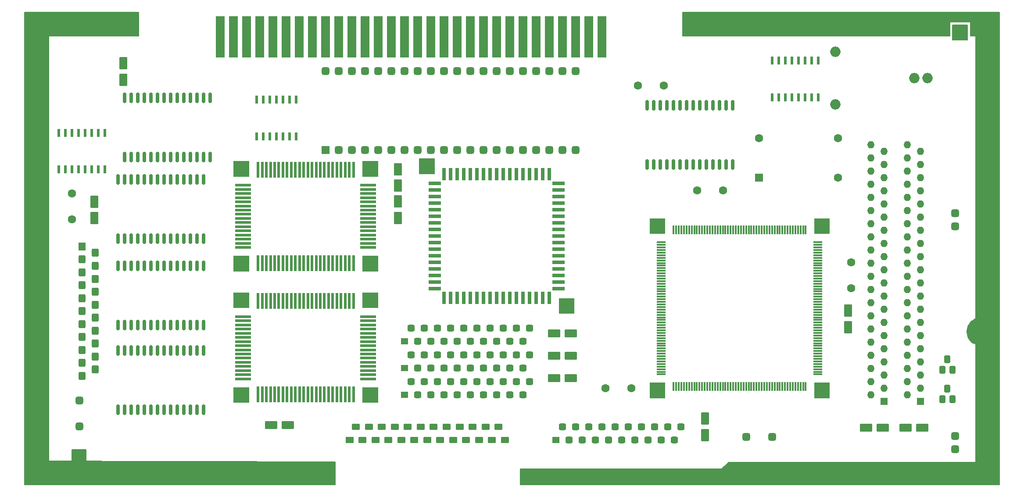
<source format=gts>
G04 #@! TF.GenerationSoftware,KiCad,Pcbnew,7.0.2-0*
G04 #@! TF.CreationDate,2023-08-04T17:58:15+02:00*
G04 #@! TF.ProjectId,MegaCD,4d656761-4344-42e6-9b69-6361645f7063,rev?*
G04 #@! TF.SameCoordinates,Original*
G04 #@! TF.FileFunction,Soldermask,Top*
G04 #@! TF.FilePolarity,Negative*
%FSLAX46Y46*%
G04 Gerber Fmt 4.6, Leading zero omitted, Abs format (unit mm)*
G04 Created by KiCad (PCBNEW 7.0.2-0) date 2023-08-04 17:58:15*
%MOMM*%
%LPD*%
G01*
G04 APERTURE LIST*
G04 Aperture macros list*
%AMRoundRect*
0 Rectangle with rounded corners*
0 $1 Rounding radius*
0 $2 $3 $4 $5 $6 $7 $8 $9 X,Y pos of 4 corners*
0 Add a 4 corners polygon primitive as box body*
4,1,4,$2,$3,$4,$5,$6,$7,$8,$9,$2,$3,0*
0 Add four circle primitives for the rounded corners*
1,1,$1+$1,$2,$3*
1,1,$1+$1,$4,$5*
1,1,$1+$1,$6,$7*
1,1,$1+$1,$8,$9*
0 Add four rect primitives between the rounded corners*
20,1,$1+$1,$2,$3,$4,$5,0*
20,1,$1+$1,$4,$5,$6,$7,0*
20,1,$1+$1,$6,$7,$8,$9,0*
20,1,$1+$1,$8,$9,$2,$3,0*%
G04 Aperture macros list end*
%ADD10C,0.150000*%
%ADD11C,2.769316*%
%ADD12R,1.600000X1.600000*%
%ADD13C,1.600000*%
%ADD14R,0.600000X1.500000*%
%ADD15R,1.400000X1.400000*%
%ADD16O,1.400000X1.400000*%
%ADD17RoundRect,0.250000X-0.947000X-0.550000X0.947000X-0.550000X0.947000X0.550000X-0.947000X0.550000X0*%
%ADD18R,1.600000X1.200000*%
%ADD19RoundRect,0.300000X0.500000X-0.300000X0.500000X0.300000X-0.500000X0.300000X-0.500000X-0.300000X0*%
%ADD20RoundRect,0.150000X0.150000X-0.850000X0.150000X0.850000X-0.150000X0.850000X-0.150000X-0.850000X0*%
%ADD21R,1.400000X1.300000*%
%ADD22RoundRect,0.325000X0.375000X-0.325000X0.375000X0.325000X-0.375000X0.325000X-0.375000X-0.325000X0*%
%ADD23RoundRect,0.250000X0.550000X-0.947000X0.550000X0.947000X-0.550000X0.947000X-0.550000X-0.947000X0*%
%ADD24RoundRect,0.375000X-0.375000X0.375000X-0.375000X-0.375000X0.375000X-0.375000X0.375000X0.375000X0*%
%ADD25RoundRect,0.375000X0.375000X-0.375000X0.375000X0.375000X-0.375000X0.375000X-0.375000X-0.375000X0*%
%ADD26C,0.750000*%
%ADD27R,0.500000X3.160000*%
%ADD28R,3.160000X0.500000*%
%ADD29R,1.400000X1.600000*%
%ADD30RoundRect,0.350000X-0.350000X-0.450000X0.350000X-0.450000X0.350000X0.450000X-0.350000X0.450000X0*%
%ADD31RoundRect,0.300000X0.300000X-0.450000X0.300000X0.450000X-0.300000X0.450000X-0.300000X-0.450000X0*%
%ADD32O,2.000000X2.000000*%
%ADD33R,1.778000X8.000000*%
%ADD34RoundRect,0.375000X-0.375000X-0.375000X0.375000X-0.375000X0.375000X0.375000X-0.375000X0.375000X0*%
%ADD35RoundRect,0.250000X0.947000X0.550000X-0.947000X0.550000X-0.947000X-0.550000X0.947000X-0.550000X0*%
%ADD36R,2.425000X0.700000*%
%ADD37R,0.700000X2.425000*%
%ADD38RoundRect,0.075000X0.075000X-0.787500X0.075000X0.787500X-0.075000X0.787500X-0.075000X-0.787500X0*%
%ADD39RoundRect,0.075000X0.787500X-0.075000X0.787500X0.075000X-0.787500X0.075000X-0.787500X-0.075000X0*%
G04 APERTURE END LIST*
D10*
X195747341Y-137270565D02*
X141732000Y-137270565D01*
X141732000Y-134239000D01*
X180594000Y-134239000D01*
X181991000Y-132969000D01*
X195747341Y-132952565D01*
X195747341Y-137270565D01*
G36*
X195747341Y-137270565D02*
G01*
X141732000Y-137270565D01*
X141732000Y-134239000D01*
X180594000Y-134239000D01*
X181991000Y-132969000D01*
X195747341Y-132952565D01*
X195747341Y-137270565D01*
G37*
X46101000Y-46101000D02*
X68072000Y-46101000D01*
X68072000Y-50673000D01*
X46101000Y-50673000D01*
X46101000Y-46101000D01*
G36*
X46101000Y-46101000D02*
G01*
X68072000Y-46101000D01*
X68072000Y-50673000D01*
X46101000Y-50673000D01*
X46101000Y-46101000D01*
G37*
D11*
X231991258Y-107721400D02*
G75*
G03*
X231991258Y-107721400I-1384658J0D01*
G01*
D10*
X106045000Y-132842000D02*
X106045000Y-137287000D01*
X46101000Y-137287000D01*
X46101000Y-132715000D01*
X106045000Y-132842000D01*
G36*
X106045000Y-132842000D02*
G01*
X106045000Y-137287000D01*
X46101000Y-137287000D01*
X46101000Y-132715000D01*
X106045000Y-132842000D01*
G37*
X55245000Y-130530600D02*
X57886600Y-130530600D01*
X57886600Y-133172200D01*
X55245000Y-133172200D01*
X55245000Y-130530600D01*
G36*
X55245000Y-130530600D02*
G01*
X57886600Y-130530600D01*
X57886600Y-133172200D01*
X55245000Y-133172200D01*
X55245000Y-130530600D01*
G37*
X173101000Y-46101000D02*
X224586800Y-46101000D01*
X224586800Y-50673000D01*
X173101000Y-50673000D01*
X173101000Y-46101000D01*
G36*
X173101000Y-46101000D02*
G01*
X224586800Y-46101000D01*
X224586800Y-50673000D01*
X173101000Y-50673000D01*
X173101000Y-46101000D01*
G37*
X46101000Y-46101000D02*
X50723800Y-46101000D01*
X50723800Y-132740400D01*
X46101000Y-132740400D01*
X46101000Y-46101000D01*
G36*
X46101000Y-46101000D02*
G01*
X50723800Y-46101000D01*
X50723800Y-132740400D01*
X46101000Y-132740400D01*
X46101000Y-46101000D01*
G37*
X229616000Y-46101000D02*
X234188000Y-46101000D01*
X234188000Y-132994400D01*
X229616000Y-132994400D01*
X229616000Y-46101000D01*
G36*
X229616000Y-46101000D02*
G01*
X234188000Y-46101000D01*
X234188000Y-132994400D01*
X229616000Y-132994400D01*
X229616000Y-46101000D01*
G37*
X225120200Y-48564800D02*
X228041200Y-48564800D01*
X228041200Y-51460400D01*
X225120200Y-51460400D01*
X225120200Y-48564800D01*
G36*
X225120200Y-48564800D02*
G01*
X228041200Y-48564800D01*
X228041200Y-51460400D01*
X225120200Y-51460400D01*
X225120200Y-48564800D01*
G37*
X234188000Y-132969000D02*
X234188000Y-137287000D01*
X195747341Y-137270565D01*
X195747341Y-132952565D01*
X234188000Y-132969000D01*
G36*
X234188000Y-132969000D02*
G01*
X234188000Y-137287000D01*
X195747341Y-137270565D01*
X195747341Y-132952565D01*
X234188000Y-132969000D01*
G37*
X229616000Y-50673000D02*
X228574600Y-50673000D01*
X228574600Y-47980600D01*
X224586800Y-47980600D01*
X224586800Y-46101000D01*
X229616000Y-46101000D01*
X229616000Y-50673000D01*
G36*
X229616000Y-50673000D02*
G01*
X228574600Y-50673000D01*
X228574600Y-47980600D01*
X224586800Y-47980600D01*
X224586800Y-46101000D01*
X229616000Y-46101000D01*
X229616000Y-50673000D01*
G37*
G36*
X86377000Y-118471000D02*
G01*
X89377000Y-118471000D01*
X89377000Y-121471000D01*
X86377000Y-121471000D01*
X86377000Y-118471000D01*
G37*
G36*
X111269000Y-118469000D02*
G01*
X114269000Y-118469000D01*
X114269000Y-121469000D01*
X111269000Y-121469000D01*
X111269000Y-118469000D01*
G37*
G36*
X86377000Y-100183000D02*
G01*
X89377000Y-100183000D01*
X89377000Y-103183000D01*
X86377000Y-103183000D01*
X86377000Y-100183000D01*
G37*
G36*
X111269000Y-100181000D02*
G01*
X114269000Y-100181000D01*
X114269000Y-103181000D01*
X111269000Y-103181000D01*
X111269000Y-100181000D01*
G37*
G36*
X86377000Y-93093000D02*
G01*
X89377000Y-93093000D01*
X89377000Y-96093000D01*
X86377000Y-96093000D01*
X86377000Y-93093000D01*
G37*
G36*
X111269000Y-93091000D02*
G01*
X114269000Y-93091000D01*
X114269000Y-96091000D01*
X111269000Y-96091000D01*
X111269000Y-93091000D01*
G37*
G36*
X86377000Y-74805000D02*
G01*
X89377000Y-74805000D01*
X89377000Y-77805000D01*
X86377000Y-77805000D01*
X86377000Y-74805000D01*
G37*
G36*
X111269000Y-74803000D02*
G01*
X114269000Y-74803000D01*
X114269000Y-77803000D01*
X111269000Y-77803000D01*
X111269000Y-74803000D01*
G37*
G36*
X149144000Y-104265000D02*
G01*
X152144000Y-104265000D01*
X152144000Y-101265000D01*
X149144000Y-101265000D01*
X149144000Y-104265000D01*
G37*
G36*
X122198000Y-74297000D02*
G01*
X125198000Y-74297000D01*
X125198000Y-77297000D01*
X122198000Y-77297000D01*
X122198000Y-74297000D01*
G37*
G36*
X166684000Y-117580500D02*
G01*
X169684000Y-117580500D01*
X169684000Y-120580500D01*
X166684000Y-120580500D01*
X166684000Y-117580500D01*
G37*
G36*
X198434000Y-117580500D02*
G01*
X201434000Y-117580500D01*
X201434000Y-120580500D01*
X198434000Y-120580500D01*
X198434000Y-117580500D01*
G37*
G36*
X166708000Y-85852500D02*
G01*
X169708000Y-85852500D01*
X169708000Y-88852500D01*
X166708000Y-88852500D01*
X166708000Y-85852500D01*
G37*
G36*
X198434000Y-85852500D02*
G01*
X201434000Y-85852500D01*
X201434000Y-88852500D01*
X198434000Y-88852500D01*
X198434000Y-85852500D01*
G37*
D12*
X187833000Y-77978000D03*
D13*
X203073000Y-77978000D03*
X203073000Y-70358000D03*
X187833000Y-70358000D03*
D14*
X52705000Y-76442000D03*
X53975000Y-76442000D03*
X55245000Y-76442000D03*
X56515000Y-76442000D03*
X57785000Y-76442000D03*
X59055000Y-76442000D03*
X60325000Y-76442000D03*
X61595000Y-76442000D03*
X61595000Y-69342000D03*
X60325000Y-69342000D03*
X59055000Y-69342000D03*
X57785000Y-69342000D03*
X56515000Y-69342000D03*
X55245000Y-69342000D03*
X53975000Y-69342000D03*
X52705000Y-69342000D03*
D15*
X211963000Y-121158000D03*
D16*
X209423000Y-119888000D03*
X211963000Y-118618000D03*
X209423000Y-117348000D03*
X211963000Y-116078000D03*
X209423000Y-114808000D03*
X211963000Y-113538000D03*
X209423000Y-112268000D03*
X211963000Y-110998000D03*
X209423000Y-109728000D03*
X211963000Y-108458000D03*
X209423000Y-107188000D03*
X211963000Y-105918000D03*
X209423000Y-104648000D03*
X211963000Y-103378000D03*
X209423000Y-102108000D03*
X211963000Y-100838000D03*
X209423000Y-99568000D03*
X211963000Y-98298000D03*
X209423000Y-97028000D03*
X211963000Y-95758000D03*
X209423000Y-94488000D03*
X211963000Y-93218000D03*
X209423000Y-91948000D03*
X211963000Y-90678000D03*
X209423000Y-89408000D03*
X211963000Y-88138000D03*
X209423000Y-86868000D03*
X211963000Y-85598000D03*
X209423000Y-84328000D03*
X211963000Y-83058000D03*
X209423000Y-81788000D03*
X211963000Y-80518000D03*
X209423000Y-79248000D03*
X211963000Y-77978000D03*
X209423000Y-76708000D03*
X211963000Y-75438000D03*
X209423000Y-74168000D03*
X211963000Y-72898000D03*
X209423000Y-71628000D03*
D13*
X175848000Y-80441800D03*
X180848000Y-80441800D03*
X163195000Y-118618000D03*
X158195000Y-118618000D03*
D17*
X148287000Y-116713000D03*
X151481000Y-116713000D03*
D18*
X108758000Y-128651000D03*
D19*
X110008000Y-126111000D03*
X111258000Y-128651000D03*
X112508000Y-126111000D03*
X113758000Y-128651000D03*
X115008000Y-126111000D03*
X116258000Y-128651000D03*
X117508000Y-126111000D03*
X118758000Y-128651000D03*
X120008000Y-126111000D03*
X121258000Y-128651000D03*
X122508000Y-126111000D03*
X123758000Y-128651000D03*
X125008000Y-126111000D03*
X126258000Y-128651000D03*
X127508000Y-126111000D03*
X128758000Y-128651000D03*
X130008000Y-126111000D03*
X131258000Y-128651000D03*
X132508000Y-126111000D03*
X133758000Y-128651000D03*
X135008000Y-126111000D03*
X136258000Y-128651000D03*
X137508000Y-126111000D03*
X138758000Y-128651000D03*
D20*
X166243000Y-75438000D03*
X167513000Y-75438000D03*
X168783000Y-75438000D03*
X170053000Y-75438000D03*
X171323000Y-75438000D03*
X172593000Y-75438000D03*
X173863000Y-75438000D03*
X175133000Y-75438000D03*
X176403000Y-75438000D03*
X177673000Y-75438000D03*
X178943000Y-75438000D03*
X180213000Y-75438000D03*
X181483000Y-75438000D03*
X182753000Y-75438000D03*
X182753000Y-64008000D03*
X181483000Y-64008000D03*
X180213000Y-64008000D03*
X178943000Y-64008000D03*
X177673000Y-64008000D03*
X176403000Y-64008000D03*
X175133000Y-64008000D03*
X173863000Y-64008000D03*
X172593000Y-64008000D03*
X171323000Y-64008000D03*
X170053000Y-64008000D03*
X168783000Y-64008000D03*
X167513000Y-64008000D03*
X166243000Y-64008000D03*
D21*
X119380000Y-114757200D03*
D22*
X120650000Y-112217200D03*
X121920000Y-114757200D03*
X123190000Y-112217200D03*
X124460000Y-114757200D03*
X125730000Y-112217200D03*
X127000000Y-114757200D03*
X128270000Y-112217200D03*
X129540000Y-114757200D03*
X130810000Y-112217200D03*
X132080000Y-114757200D03*
X133350000Y-112217200D03*
X134620000Y-114757200D03*
X135890000Y-112217200D03*
X137160000Y-114757200D03*
X138430000Y-112217200D03*
X139700000Y-114757200D03*
X140970000Y-112217200D03*
X142240000Y-114757200D03*
X143510000Y-112217200D03*
D23*
X59563000Y-85820000D03*
X59563000Y-82626000D03*
D13*
X55245000Y-81026000D03*
X55245000Y-86026000D03*
D23*
X177419000Y-127684000D03*
X177419000Y-124490000D03*
D24*
X56642000Y-125980200D03*
X56642000Y-120980200D03*
D17*
X148287000Y-112395000D03*
X151481000Y-112395000D03*
X148287000Y-108077000D03*
X151481000Y-108077000D03*
D25*
X225628200Y-84861400D03*
X225628200Y-87401400D03*
D15*
X218948000Y-121158000D03*
D16*
X216408000Y-119888000D03*
X218948000Y-118618000D03*
X216408000Y-117348000D03*
X218948000Y-116078000D03*
X216408000Y-114808000D03*
X218948000Y-113538000D03*
X216408000Y-112268000D03*
X218948000Y-110998000D03*
X216408000Y-109728000D03*
X218948000Y-108458000D03*
X216408000Y-107188000D03*
X218948000Y-105918000D03*
X216408000Y-104648000D03*
X218948000Y-103378000D03*
X216408000Y-102108000D03*
X218948000Y-100838000D03*
X216408000Y-99568000D03*
X218948000Y-98298000D03*
X216408000Y-97028000D03*
X218948000Y-95758000D03*
X216408000Y-94488000D03*
X218948000Y-93218000D03*
X216408000Y-91948000D03*
X218948000Y-90678000D03*
X216408000Y-89408000D03*
X218948000Y-88138000D03*
X216408000Y-86868000D03*
X218948000Y-85598000D03*
X216408000Y-84328000D03*
X218948000Y-83058000D03*
X216408000Y-81788000D03*
X218948000Y-80518000D03*
X216408000Y-79248000D03*
X218948000Y-77978000D03*
X216408000Y-76708000D03*
X218948000Y-75438000D03*
X216408000Y-74168000D03*
X218948000Y-72898000D03*
X216408000Y-71628000D03*
D26*
X87877000Y-119993000D03*
X112769000Y-119991000D03*
X87877000Y-101705000D03*
X112769000Y-101703000D03*
D27*
X91123000Y-119866000D03*
X91923000Y-119866000D03*
X92723000Y-119866000D03*
X93523000Y-119866000D03*
X94323000Y-119866000D03*
X95123000Y-119866000D03*
X95923000Y-119866000D03*
X96723000Y-119866000D03*
X97523000Y-119866000D03*
X98323000Y-119866000D03*
X99123000Y-119866000D03*
X99923000Y-119866000D03*
X100723000Y-119866000D03*
X101523000Y-119866000D03*
X102323000Y-119866000D03*
X103123000Y-119866000D03*
X103903000Y-119866000D03*
X104723000Y-119866000D03*
X105523000Y-119866000D03*
X106323000Y-119866000D03*
X107123000Y-119866000D03*
X107923000Y-119866000D03*
X108723000Y-119866000D03*
X109523000Y-119866000D03*
D28*
X112388000Y-116849000D03*
X112388000Y-116049000D03*
X112388000Y-115249000D03*
X112388000Y-114449000D03*
X112388000Y-113649000D03*
X112388000Y-112849000D03*
X112388000Y-112049000D03*
X112388000Y-111249000D03*
X112388000Y-110449000D03*
X112388000Y-109649000D03*
X112388000Y-108849000D03*
X112388000Y-108049000D03*
X112388000Y-107249000D03*
X112388000Y-106449000D03*
X112388000Y-105649000D03*
X112388000Y-104849000D03*
D27*
X109523000Y-101832000D03*
X108723000Y-101832000D03*
X107923000Y-101832000D03*
X107123000Y-101832000D03*
X106323000Y-101832000D03*
X105523000Y-101832000D03*
X104723000Y-101832000D03*
X103923000Y-101832000D03*
X103123000Y-101832000D03*
X102323000Y-101832000D03*
X101523000Y-101832000D03*
X100723000Y-101832000D03*
X99923000Y-101832000D03*
X99123000Y-101832000D03*
X98323000Y-101832000D03*
X97523000Y-101832000D03*
X96723000Y-101832000D03*
X95923000Y-101832000D03*
X95123000Y-101832000D03*
X94323000Y-101832000D03*
X93523000Y-101832000D03*
X92723000Y-101832000D03*
X91923000Y-101832000D03*
X91123000Y-101832000D03*
D28*
X88258000Y-104849000D03*
X88258000Y-105649000D03*
X88258000Y-106449000D03*
X88258000Y-107249000D03*
X88258000Y-108049000D03*
X88258000Y-108849000D03*
X88258000Y-109649000D03*
X88258000Y-110449000D03*
X88258000Y-111249000D03*
X88258000Y-112049000D03*
X88258000Y-112849000D03*
X88258000Y-113649000D03*
X88258000Y-114449000D03*
X88258000Y-115249000D03*
X88258000Y-116049000D03*
X88258000Y-116849000D03*
D29*
X57150000Y-91279000D03*
D30*
X59690000Y-92529000D03*
X57150000Y-93779000D03*
X59690000Y-95029000D03*
X57150000Y-96279000D03*
X59690000Y-97529000D03*
X57150000Y-98779000D03*
X59690000Y-100029000D03*
X57150000Y-101279000D03*
X59690000Y-102529000D03*
X57150000Y-103779000D03*
X59690000Y-105029000D03*
X57150000Y-106279000D03*
X59690000Y-107529000D03*
X57150000Y-108779000D03*
X59690000Y-110029000D03*
X57150000Y-111279000D03*
X59690000Y-112529000D03*
X57150000Y-113779000D03*
X59690000Y-115029000D03*
X57150000Y-116279000D03*
D23*
X65151000Y-59128000D03*
X65151000Y-55934000D03*
D13*
X169418000Y-60198000D03*
X164418000Y-60198000D03*
D31*
X223205000Y-115062000D03*
X225105000Y-115062000D03*
X224155000Y-113030000D03*
D32*
X202565000Y-53721000D03*
X202565000Y-63881000D03*
X217805000Y-58801000D03*
X220345000Y-58801000D03*
D20*
X64135000Y-122809000D03*
X65405000Y-122809000D03*
X66675000Y-122809000D03*
X67945000Y-122809000D03*
X69215000Y-122809000D03*
X70485000Y-122809000D03*
X71755000Y-122809000D03*
X73025000Y-122809000D03*
X74295000Y-122809000D03*
X75565000Y-122809000D03*
X76835000Y-122809000D03*
X78105000Y-122809000D03*
X79375000Y-122809000D03*
X80645000Y-122809000D03*
X80645000Y-111379000D03*
X79375000Y-111379000D03*
X78105000Y-111379000D03*
X76835000Y-111379000D03*
X75565000Y-111379000D03*
X74295000Y-111379000D03*
X73025000Y-111379000D03*
X71755000Y-111379000D03*
X70485000Y-111379000D03*
X69215000Y-111379000D03*
X67945000Y-111379000D03*
X66675000Y-111379000D03*
X65405000Y-111379000D03*
X64135000Y-111379000D03*
D21*
X119380000Y-119888000D03*
D22*
X120650000Y-117348000D03*
X121920000Y-119888000D03*
X123190000Y-117348000D03*
X124460000Y-119888000D03*
X125730000Y-117348000D03*
X127000000Y-119888000D03*
X128270000Y-117348000D03*
X129540000Y-119888000D03*
X130810000Y-117348000D03*
X132080000Y-119888000D03*
X133350000Y-117348000D03*
X134620000Y-119888000D03*
X135890000Y-117348000D03*
X137160000Y-119888000D03*
X138430000Y-117348000D03*
X139700000Y-119888000D03*
X140970000Y-117348000D03*
X142240000Y-119888000D03*
X143510000Y-117348000D03*
D20*
X65405000Y-74041000D03*
X66675000Y-74041000D03*
X67945000Y-74041000D03*
X69215000Y-74041000D03*
X70485000Y-74041000D03*
X71755000Y-74041000D03*
X73025000Y-74041000D03*
X74295000Y-74041000D03*
X75565000Y-74041000D03*
X76835000Y-74041000D03*
X78105000Y-74041000D03*
X79375000Y-74041000D03*
X80645000Y-74041000D03*
X81915000Y-74041000D03*
X81915000Y-62611000D03*
X80645000Y-62611000D03*
X79375000Y-62611000D03*
X78105000Y-62611000D03*
X76835000Y-62611000D03*
X75565000Y-62611000D03*
X74295000Y-62611000D03*
X73025000Y-62611000D03*
X71755000Y-62611000D03*
X70485000Y-62611000D03*
X69215000Y-62611000D03*
X67945000Y-62611000D03*
X66675000Y-62611000D03*
X65405000Y-62611000D03*
X64135000Y-106426000D03*
X65405000Y-106426000D03*
X66675000Y-106426000D03*
X67945000Y-106426000D03*
X69215000Y-106426000D03*
X70485000Y-106426000D03*
X71755000Y-106426000D03*
X73025000Y-106426000D03*
X74295000Y-106426000D03*
X75565000Y-106426000D03*
X76835000Y-106426000D03*
X78105000Y-106426000D03*
X79375000Y-106426000D03*
X80645000Y-106426000D03*
X80645000Y-94996000D03*
X79375000Y-94996000D03*
X78105000Y-94996000D03*
X76835000Y-94996000D03*
X75565000Y-94996000D03*
X74295000Y-94996000D03*
X73025000Y-94996000D03*
X71755000Y-94996000D03*
X70485000Y-94996000D03*
X69215000Y-94996000D03*
X67945000Y-94996000D03*
X66675000Y-94996000D03*
X65405000Y-94996000D03*
X64135000Y-94996000D03*
D33*
X157480000Y-50800000D03*
X154940000Y-50800000D03*
X152400000Y-50800000D03*
X149860000Y-50800000D03*
X147320000Y-50800000D03*
X144780000Y-50800000D03*
X142240000Y-50800000D03*
X139700000Y-50800000D03*
X137160000Y-50800000D03*
X134620000Y-50800000D03*
X132080000Y-50800000D03*
X129540000Y-50800000D03*
X127000000Y-50800000D03*
X124460000Y-50800000D03*
X121920000Y-50800000D03*
X119380000Y-50800000D03*
X116840000Y-50800000D03*
X114300000Y-50800000D03*
X111760000Y-50800000D03*
X109220000Y-50800000D03*
X106680000Y-50800000D03*
X104140000Y-50800000D03*
X101600000Y-50800000D03*
X99060000Y-50800000D03*
X96520000Y-50800000D03*
X93980000Y-50800000D03*
X91440000Y-50800000D03*
X88900000Y-50800000D03*
X86360000Y-50800000D03*
X83820000Y-50800000D03*
D14*
X190373000Y-62484000D03*
X191643000Y-62484000D03*
X192913000Y-62484000D03*
X194183000Y-62484000D03*
X195453000Y-62484000D03*
X196723000Y-62484000D03*
X197993000Y-62484000D03*
X199263000Y-62484000D03*
X199263000Y-55384000D03*
X197993000Y-55384000D03*
X196723000Y-55384000D03*
X195453000Y-55384000D03*
X194183000Y-55384000D03*
X192913000Y-55384000D03*
X191643000Y-55384000D03*
X190373000Y-55384000D03*
X90830400Y-70027800D03*
X92100400Y-70027800D03*
X93370400Y-70027800D03*
X94640400Y-70027800D03*
X95910400Y-70027800D03*
X97180400Y-70027800D03*
X98450400Y-70027800D03*
X98450400Y-62921800D03*
X97180400Y-62927800D03*
X95910400Y-62927800D03*
X94640400Y-62927800D03*
X93370400Y-62927800D03*
X92100400Y-62927800D03*
X90830400Y-62927800D03*
D31*
X223205000Y-120777000D03*
X225105000Y-120777000D03*
X224155000Y-118745000D03*
D23*
X204978000Y-106880000D03*
X204978000Y-103686000D03*
X118110000Y-85774000D03*
X118110000Y-82580000D03*
D21*
X119380000Y-109601000D03*
D22*
X120650000Y-107061000D03*
X121920000Y-109601000D03*
X123190000Y-107061000D03*
X124460000Y-109601000D03*
X125730000Y-107061000D03*
X127000000Y-109601000D03*
X128270000Y-107061000D03*
X129540000Y-109601000D03*
X130810000Y-107061000D03*
X132080000Y-109601000D03*
X133350000Y-107061000D03*
X134620000Y-109601000D03*
X135890000Y-107061000D03*
X137160000Y-109601000D03*
X138430000Y-107061000D03*
X139700000Y-109601000D03*
X140970000Y-107061000D03*
X142240000Y-109601000D03*
X143510000Y-107061000D03*
D34*
X190343800Y-128016000D03*
X185343800Y-128016000D03*
D21*
X148590000Y-128651000D03*
D22*
X149860000Y-126111000D03*
X151130000Y-128651000D03*
X152400000Y-126111000D03*
X153670000Y-128651000D03*
X154940000Y-126111000D03*
X156210000Y-128651000D03*
X157480000Y-126111000D03*
X158750000Y-128651000D03*
X160020000Y-126111000D03*
X161290000Y-128651000D03*
X162560000Y-126111000D03*
X163830000Y-128651000D03*
X165100000Y-126111000D03*
X166370000Y-128651000D03*
X167640000Y-126111000D03*
X168910000Y-128651000D03*
X170180000Y-126111000D03*
X171450000Y-128651000D03*
X172720000Y-126111000D03*
D35*
X96871000Y-125730000D03*
X93677000Y-125730000D03*
X211679000Y-126238000D03*
X208485000Y-126238000D03*
D26*
X87877000Y-94615000D03*
X112769000Y-94613000D03*
X87877000Y-76327000D03*
X112769000Y-76325000D03*
D27*
X91123000Y-94488000D03*
X91923000Y-94488000D03*
X92723000Y-94488000D03*
X93523000Y-94488000D03*
X94323000Y-94488000D03*
X95123000Y-94488000D03*
X95923000Y-94488000D03*
X96723000Y-94488000D03*
X97523000Y-94488000D03*
X98323000Y-94488000D03*
X99123000Y-94488000D03*
X99923000Y-94488000D03*
X100723000Y-94488000D03*
X101523000Y-94488000D03*
X102323000Y-94488000D03*
X103123000Y-94488000D03*
X103903000Y-94488000D03*
X104723000Y-94488000D03*
X105523000Y-94488000D03*
X106323000Y-94488000D03*
X107123000Y-94488000D03*
X107923000Y-94488000D03*
X108723000Y-94488000D03*
X109523000Y-94488000D03*
D28*
X112388000Y-91471000D03*
X112388000Y-90671000D03*
X112388000Y-89871000D03*
X112388000Y-89071000D03*
X112388000Y-88271000D03*
X112388000Y-87471000D03*
X112388000Y-86671000D03*
X112388000Y-85871000D03*
X112388000Y-85071000D03*
X112388000Y-84271000D03*
X112388000Y-83471000D03*
X112388000Y-82671000D03*
X112388000Y-81871000D03*
X112388000Y-81071000D03*
X112388000Y-80271000D03*
X112388000Y-79471000D03*
D27*
X109523000Y-76454000D03*
X108723000Y-76454000D03*
X107923000Y-76454000D03*
X107123000Y-76454000D03*
X106323000Y-76454000D03*
X105523000Y-76454000D03*
X104723000Y-76454000D03*
X103923000Y-76454000D03*
X103123000Y-76454000D03*
X102323000Y-76454000D03*
X101523000Y-76454000D03*
X100723000Y-76454000D03*
X99923000Y-76454000D03*
X99123000Y-76454000D03*
X98323000Y-76454000D03*
X97523000Y-76454000D03*
X96723000Y-76454000D03*
X95923000Y-76454000D03*
X95123000Y-76454000D03*
X94323000Y-76454000D03*
X93523000Y-76454000D03*
X92723000Y-76454000D03*
X91923000Y-76454000D03*
X91123000Y-76454000D03*
D28*
X88258000Y-79471000D03*
X88258000Y-80271000D03*
X88258000Y-81071000D03*
X88258000Y-81871000D03*
X88258000Y-82671000D03*
X88258000Y-83471000D03*
X88258000Y-84271000D03*
X88258000Y-85071000D03*
X88258000Y-85871000D03*
X88258000Y-86671000D03*
X88258000Y-87471000D03*
X88258000Y-88271000D03*
X88258000Y-89071000D03*
X88258000Y-89871000D03*
X88258000Y-90671000D03*
X88258000Y-91471000D03*
D25*
X225628200Y-127838200D03*
X225628200Y-130378200D03*
D26*
X150622000Y-102743000D03*
X123698000Y-75819000D03*
D36*
X125222000Y-89281000D03*
X125222000Y-90551000D03*
X125222000Y-91821000D03*
X125222000Y-93091000D03*
X125222000Y-94361000D03*
X125222000Y-95631000D03*
X125222000Y-96901000D03*
X125222000Y-98171000D03*
X125222000Y-99441000D03*
D37*
X127000000Y-101219000D03*
X128270000Y-101219000D03*
X129540000Y-101219000D03*
X130810000Y-101219000D03*
X132080000Y-101219000D03*
X133350000Y-101219000D03*
X134620000Y-101219000D03*
X135890000Y-101219000D03*
X137160000Y-101219000D03*
X138430000Y-101219000D03*
X139700000Y-101219000D03*
X140970000Y-101219000D03*
X142240000Y-101219000D03*
X143510000Y-101219000D03*
X144780000Y-101219000D03*
X146050000Y-101219000D03*
X147320000Y-101219000D03*
D36*
X149098000Y-99441000D03*
X149098000Y-98171000D03*
X149098000Y-96901000D03*
X149098000Y-95631000D03*
X149098000Y-94361000D03*
X149098000Y-93091000D03*
X149098000Y-91821000D03*
X149098000Y-90551000D03*
X149098000Y-89281000D03*
X149098000Y-88011000D03*
X149098000Y-86741000D03*
X149098000Y-85471000D03*
X149098000Y-84201000D03*
X149098000Y-82931000D03*
X149098000Y-81661000D03*
X149098000Y-80391000D03*
X149098000Y-79121000D03*
D37*
X147320000Y-77343000D03*
X146050000Y-77343000D03*
X144780000Y-77343000D03*
X143510000Y-77343000D03*
X142240000Y-77343000D03*
X140970000Y-77343000D03*
X139700000Y-77343000D03*
X138430000Y-77343000D03*
X137160000Y-77343000D03*
X135890000Y-77343000D03*
X134620000Y-77343000D03*
X133350000Y-77343000D03*
X132080000Y-77343000D03*
X130810000Y-77343000D03*
X129540000Y-77343000D03*
X128270000Y-77343000D03*
X127000000Y-77343000D03*
D36*
X125222000Y-79121000D03*
X125222000Y-80391000D03*
X125222000Y-81661000D03*
X125222000Y-82931000D03*
X125222000Y-84201000D03*
X125222000Y-85471000D03*
X125222000Y-86741000D03*
X125222000Y-88011000D03*
D35*
X219297000Y-126238000D03*
X216103000Y-126238000D03*
D13*
X205613000Y-94314000D03*
X205613000Y-99314000D03*
D12*
X104140000Y-72644000D03*
D25*
X106680000Y-72644000D03*
X109220000Y-72644000D03*
X111760000Y-72644000D03*
X114300000Y-72644000D03*
X116840000Y-72644000D03*
X119380000Y-72644000D03*
X121920000Y-72644000D03*
X124460000Y-72644000D03*
X127000000Y-72644000D03*
X129540000Y-72644000D03*
X132080000Y-72644000D03*
X134620000Y-72644000D03*
X137160000Y-72644000D03*
X139700000Y-72644000D03*
X142240000Y-72644000D03*
X144780000Y-72644000D03*
X147320000Y-72644000D03*
X149860000Y-72644000D03*
X152400000Y-72644000D03*
X152400000Y-57404000D03*
X149860000Y-57404000D03*
X147320000Y-57404000D03*
X144780000Y-57404000D03*
X142240000Y-57404000D03*
X139700000Y-57404000D03*
X137160000Y-57404000D03*
X134620000Y-57404000D03*
X132080000Y-57404000D03*
X129540000Y-57404000D03*
X127000000Y-57404000D03*
X124460000Y-57404000D03*
X121920000Y-57404000D03*
X119380000Y-57404000D03*
X116840000Y-57404000D03*
X114300000Y-57404000D03*
X111760000Y-57404000D03*
X109220000Y-57404000D03*
X106680000Y-57404000D03*
X104140000Y-57404000D03*
D23*
X118110000Y-79575000D03*
X118110000Y-76381000D03*
D26*
X168184000Y-119102500D03*
X199934000Y-119102500D03*
X168208000Y-87374500D03*
X199934000Y-87374500D03*
D38*
X171309000Y-118340500D03*
X171809000Y-118340500D03*
X172309000Y-118340500D03*
X172809000Y-118340500D03*
X173309000Y-118340500D03*
X173809000Y-118340500D03*
X174309000Y-118340500D03*
X174809000Y-118340500D03*
X175309000Y-118340500D03*
X175809000Y-118340500D03*
X176309000Y-118340500D03*
X176809000Y-118340500D03*
X177309000Y-118340500D03*
X177809000Y-118340500D03*
X178309000Y-118340500D03*
X178809000Y-118340500D03*
X179309000Y-118340500D03*
X179809000Y-118340500D03*
X180309000Y-118340500D03*
X180809000Y-118340500D03*
X181309000Y-118340500D03*
X181809000Y-118340500D03*
X182309000Y-118340500D03*
X182809000Y-118340500D03*
X183309000Y-118340500D03*
X183809000Y-118340500D03*
X184309000Y-118340500D03*
X184809000Y-118340500D03*
X185309000Y-118340500D03*
X185809000Y-118340500D03*
X186309000Y-118340500D03*
X186809000Y-118340500D03*
X187309000Y-118340500D03*
X187809000Y-118340500D03*
X188309000Y-118340500D03*
X188809000Y-118340500D03*
X189309000Y-118340500D03*
X189809000Y-118340500D03*
X190309000Y-118340500D03*
X190809000Y-118340500D03*
X191309000Y-118340500D03*
X191809000Y-118340500D03*
X192309000Y-118340500D03*
X192809000Y-118340500D03*
X193309000Y-118340500D03*
X193809000Y-118340500D03*
X194309000Y-118340500D03*
X194809000Y-118340500D03*
X195309000Y-118340500D03*
X195809000Y-118340500D03*
X196309000Y-118340500D03*
X196809000Y-118340500D03*
D39*
X199172000Y-115977500D03*
X199172000Y-115477500D03*
X199172000Y-114977500D03*
X199172000Y-114477500D03*
X199172000Y-113977500D03*
X199172000Y-113477500D03*
X199172000Y-112977500D03*
X199172000Y-112477500D03*
X199172000Y-111977500D03*
X199172000Y-111477500D03*
X199172000Y-110977500D03*
X199172000Y-110477500D03*
X199172000Y-109977500D03*
X199172000Y-109477500D03*
X199172000Y-108977500D03*
X199172000Y-108477500D03*
X199172000Y-107977500D03*
X199172000Y-107477500D03*
X199172000Y-106977500D03*
X199172000Y-106477500D03*
X199172000Y-105977500D03*
X199172000Y-105477500D03*
X199172000Y-104977500D03*
X199172000Y-104477500D03*
X199172000Y-103977500D03*
X199172000Y-103477500D03*
X199172000Y-102977500D03*
X199172000Y-102477500D03*
X199172000Y-101977500D03*
X199172000Y-101477500D03*
X199172000Y-100977500D03*
X199172000Y-100477500D03*
X199172000Y-99977500D03*
X199172000Y-99477500D03*
X199172000Y-98977500D03*
X199172000Y-98477500D03*
X199172000Y-97977500D03*
X199172000Y-97477500D03*
X199172000Y-96977500D03*
X199172000Y-96477500D03*
X199172000Y-95977500D03*
X199172000Y-95477500D03*
X199172000Y-94977500D03*
X199172000Y-94477500D03*
X199172000Y-93977500D03*
X199172000Y-93477500D03*
X199172000Y-92977500D03*
X199172000Y-92477500D03*
X199172000Y-91977500D03*
X199172000Y-91477500D03*
X199172000Y-90977500D03*
X199172000Y-90477500D03*
D38*
X196809000Y-88114500D03*
X196309000Y-88114500D03*
X195809000Y-88114500D03*
X195309000Y-88114500D03*
X194809000Y-88114500D03*
X194309000Y-88114500D03*
X193809000Y-88114500D03*
X193309000Y-88114500D03*
X192809000Y-88114500D03*
X192309000Y-88114500D03*
X191809000Y-88114500D03*
X191309000Y-88114500D03*
X190809000Y-88114500D03*
X190309000Y-88114500D03*
X189809000Y-88114500D03*
X189309000Y-88114500D03*
X188809000Y-88114500D03*
X188309000Y-88114500D03*
X187809000Y-88114500D03*
X187309000Y-88114500D03*
X186809000Y-88114500D03*
X186309000Y-88114500D03*
X185809000Y-88114500D03*
X185309000Y-88114500D03*
X184809000Y-88114500D03*
X184309000Y-88114500D03*
X183809000Y-88114500D03*
X183309000Y-88114500D03*
X182809000Y-88114500D03*
X182309000Y-88114500D03*
X181809000Y-88114500D03*
X181309000Y-88114500D03*
X180809000Y-88114500D03*
X180309000Y-88114500D03*
X179809000Y-88114500D03*
X179309000Y-88114500D03*
X178809000Y-88114500D03*
X178309000Y-88114500D03*
X177809000Y-88114500D03*
X177309000Y-88114500D03*
X176809000Y-88114500D03*
X176309000Y-88114500D03*
X175809000Y-88114500D03*
X175309000Y-88114500D03*
X174809000Y-88114500D03*
X174309000Y-88114500D03*
X173809000Y-88114500D03*
X173309000Y-88114500D03*
X172809000Y-88114500D03*
X172309000Y-88114500D03*
X171809000Y-88114500D03*
X171309000Y-88114500D03*
D39*
X168946000Y-90477500D03*
X168946000Y-90977500D03*
X168946000Y-91477500D03*
X168946000Y-91977500D03*
X168946000Y-92477500D03*
X168946000Y-92977500D03*
X168946000Y-93477500D03*
X168946000Y-93977500D03*
X168946000Y-94477500D03*
X168946000Y-94977500D03*
X168946000Y-95477500D03*
X168946000Y-95977500D03*
X168946000Y-96477500D03*
X168946000Y-96977500D03*
X168946000Y-97477500D03*
X168946000Y-97977500D03*
X168946000Y-98477500D03*
X168946000Y-98977500D03*
X168946000Y-99477500D03*
X168946000Y-99977500D03*
X168946000Y-100477500D03*
X168946000Y-100977500D03*
X168946000Y-101477500D03*
X168946000Y-101977500D03*
X168946000Y-102477500D03*
X168946000Y-102977500D03*
X168946000Y-103477500D03*
X168946000Y-103977500D03*
X168946000Y-104477500D03*
X168946000Y-104977500D03*
X168946000Y-105477500D03*
X168946000Y-105977500D03*
X168946000Y-106477500D03*
X168946000Y-106977500D03*
X168946000Y-107477500D03*
X168946000Y-107977500D03*
X168946000Y-108477500D03*
X168946000Y-108977500D03*
X168946000Y-109477500D03*
X168946000Y-109977500D03*
X168946000Y-110477500D03*
X168946000Y-110977500D03*
X168946000Y-111477500D03*
X168946000Y-111977500D03*
X168946000Y-112477500D03*
X168946000Y-112977500D03*
X168946000Y-113477500D03*
X168946000Y-113977500D03*
X168946000Y-114477500D03*
X168946000Y-114977500D03*
X168946000Y-115477500D03*
X168946000Y-115977500D03*
D20*
X64135000Y-89789000D03*
X65405000Y-89789000D03*
X66675000Y-89789000D03*
X67945000Y-89789000D03*
X69215000Y-89789000D03*
X70485000Y-89789000D03*
X71755000Y-89789000D03*
X73025000Y-89789000D03*
X74295000Y-89789000D03*
X75565000Y-89789000D03*
X76835000Y-89789000D03*
X78105000Y-89789000D03*
X79375000Y-89789000D03*
X80645000Y-89789000D03*
X80645000Y-78359000D03*
X79375000Y-78359000D03*
X78105000Y-78359000D03*
X76835000Y-78359000D03*
X75565000Y-78359000D03*
X74295000Y-78359000D03*
X73025000Y-78359000D03*
X71755000Y-78359000D03*
X70485000Y-78359000D03*
X69215000Y-78359000D03*
X67945000Y-78359000D03*
X66675000Y-78359000D03*
X65405000Y-78359000D03*
X64135000Y-78359000D03*
M02*

</source>
